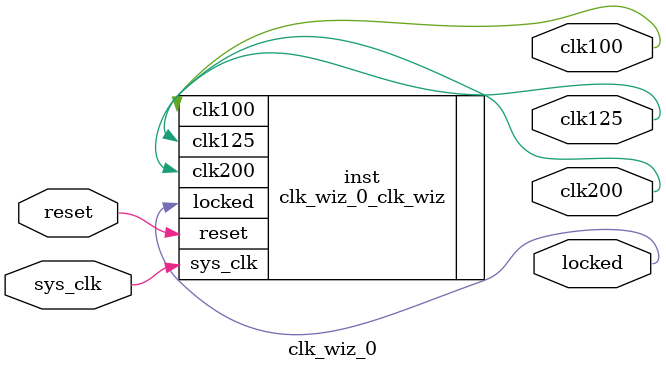
<source format=v>


`timescale 1ps/1ps

(* CORE_GENERATION_INFO = "clk_wiz_0,clk_wiz_v6_0_5_0_0,{component_name=clk_wiz_0,use_phase_alignment=true,use_min_o_jitter=false,use_max_i_jitter=false,use_dyn_phase_shift=false,use_inclk_switchover=false,use_dyn_reconfig=false,enable_axi=0,feedback_source=FDBK_AUTO,PRIMITIVE=MMCM,num_out_clk=3,clkin1_period=20.000,clkin2_period=10.0,use_power_down=false,use_reset=true,use_locked=true,use_inclk_stopped=false,feedback_type=SINGLE,CLOCK_MGR_TYPE=NA,manual_override=false}" *)

module clk_wiz_0 
 (
  // Clock out ports
  output        clk125,
  output        clk200,
  output        clk100,
  // Status and control signals
  input         reset,
  output        locked,
 // Clock in ports
  input         sys_clk
 );

  clk_wiz_0_clk_wiz inst
  (
  // Clock out ports  
  .clk125(clk125),
  .clk200(clk200),
  .clk100(clk100),
  // Status and control signals               
  .reset(reset), 
  .locked(locked),
 // Clock in ports
  .sys_clk(sys_clk)
  );

endmodule

</source>
